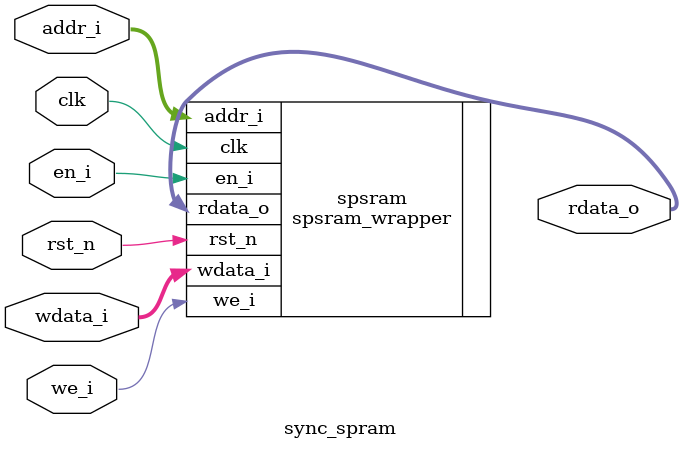
<source format=sv>
`include "common.svh"

module sync_spram #(
  parameter int unsigned DATA_WIDTH = 32  ,
  parameter int unsigned DATA_DEPTH = 1024,
  parameter int unsigned BYTE_SIZE  = 32
) (
  input                                     clk    ,
  input                                     rst_n  ,
  input  logic [    $clog2(DATA_DEPTH)-1:0] addr_i ,
  input  logic [(DATA_WIDTH/BYTE_SIZE)-1:0] we_i   ,
  input  logic                              en_i   ,
  input  logic [            DATA_WIDTH-1:0] wdata_i,
  output logic [            DATA_WIDTH-1:0] rdata_o
);

  spsram_wrapper #(
    .DATA_WIDTH(DATA_WIDTH),
    .DATA_DEPTH(DATA_DEPTH),
    .BYTE_SIZE (BYTE_SIZE )
  ) spsram (
    .clk    (clk    ),
    .rst_n  (rst_n  ),
    .addr_i (addr_i ),
    .en_i   (en_i   ),
    .we_i   (we_i   ),
    .wdata_i(wdata_i),
    .rdata_o(rdata_o)
  );

endmodule // dualPortRam

</source>
